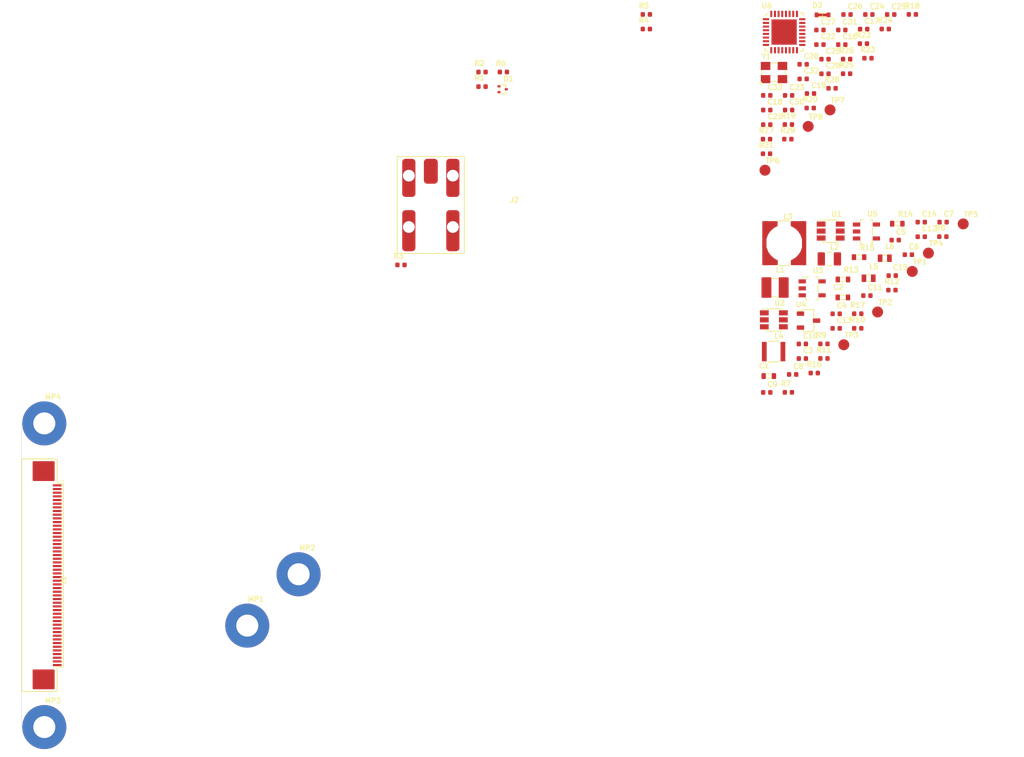
<source format=kicad_pcb>
(kicad_pcb (version 20211014) (generator pcbnew)
  (layers (0 "F.Cu" signal) (1 "In1.Cu" power) (2 "In2.Cu" power) (31 "B.Cu" signal) (34 "B.Paste" user) (35 "F.Paste" user) (36 "B.SilkS" user "B.Silkscreen") (37 "F.SilkS" user "F.Silkscreen") (38 "B.Mask" user) (39 "F.Mask" user) (44 "Edge.Cuts" user))
  (net 0 "")
  (net 1 "GND")
  (net 2 "+12V")
  (net 3 "Net-(C3-Pad1)")
  (net 4 "/Supply/SW_5V")
  (net 5 "Net-(C4-Pad1)")
  (net 6 "/Supply/SW_1V8")
  (net 7 "/Supply/OUT_5V")
  (net 8 "/Supply/OUT_1V8")
  (net 9 "+5V")
  (net 10 "VREF")
  (net 11 "+3V3")
  (net 12 "+1V8")
  (net 13 "+1V2")
  (net 14 "/Serializer/X1")
  (net 15 "/Serializer/X2_R")
  (net 16 "Net-(C19-Pad2)")
  (net 17 "Net-(C30-Pad1)")
  (net 18 "SIO_P")
  (net 19 "Net-(C31-Pad1)")
  (net 20 "Net-(C31-Pad2)")
  (net 21 "SCL")
  (net 22 "SDA")
  (net 37 "CSI1_D1_N")
  (net 38 "CSI1_D1_P")
  (net 39 "CSI1_D0_N")
  (net 40 "CSI1_D0_P")
  (net 41 "CSI0_D1_N")
  (net 42 "CSI0_D1_P")
  (net 43 "CSI0_D0_N")
  (net 44 "CSI0_D0_P")
  (net 45 "CSI0_CLK_N")
  (net 46 "CSI0_CLK_P")
  (net 48 "GPIO3")
  (net 50 "Net-(J1-Pad34)")
  (net 55 "/Connectors/SDA_CAM0")
  (net 56 "/Connectors/SCL_CAM0")
  (net 61 "3V3")
  (net 62 "5V0")
  (net 63 "Net-(L3-Pad1)")
  (net 64 "Net-(L3-Pad2)")
  (net 65 "Net-(L4-Pad2)")
  (net 66 "Net-(L5-Pad2)")
  (net 67 "GPIO4")
  (net 68 "/Supply/EN_5V")
  (net 69 "/Supply/EN_1V8")
  (net 70 "/Supply/FB_5V")
  (net 71 "/Supply/FB_1V8")
  (net 72 "/Serializer/CFG0")
  (net 73 "/Serializer/VDDIO")
  (net 74 "/Serializer/X2")
  (net 75 "/Serializer/CFG1")
  (net 76 "Net-(R23-Pad2)")
  (net 77 "Net-(R24-Pad1)")
  (net 78 "Net-(R25-Pad1)")
  (net 79 "Net-(R26-Pad1)")
  (net 80 "Net-(R27-Pad1)")
  (net 81 "Net-(R28-Pad1)")
  (net 82 "Net-(TP6-Pad1)")
  (net 83 "Net-(TP7-Pad1)")
  (net 84 "Net-(TP8-Pad1)")
  (footprint "antmicro-footprints:C_0402_1005Metric" (layer "F.Cu") (at 177.04 111.16)
    (fp_text reference "C3" (at 0 -0.699) (layer "F.SilkS") (effects (font (size 0.7 0.7)) (justify left bottom)))
    (fp_text value "C_220n_0402")
    (pad "1" smd roundrect (at -0.484 0) (size 0.59 0.64) (layers "F.Cu" "F.Paste" "F.Mask") (net 3 "Net-(C3-Pad1)"))
    (pad "2" smd roundrect (at 0.484 0) (size 0.59 0.64) (layers "F.Cu" "F.Paste" "F.Mask") (net 4 "/Supply/SW_5V"))
  )
  (footprint "antmicro-footprints:R_0603_1608Metric" (layer "F.Cu") (at 189.9841 92.778742)
    (fp_text reference "R14" (at 0 -0.9) (layer "F.SilkS") (effects (font (size 0.7 0.7)) (justify left bottom)))
    (fp_text value "R_0R_22.4A_0603")
    (pad "1" smd roundrect (at -0.7 0) (size 0.6 0.8) (layers "F.Cu" "F.Paste" "F.Mask") (roundrect_rratio 0.2) (net 8 "/Supply/OUT_1V8"))
    (pad "2" smd roundrect (at 0.7 0) (size 0.6 0.8) (layers "F.Cu" "F.Paste" "F.Mask") (roundrect_rratio 0.2) (net 12 "+1V8"))
  )
  (footprint "antmicro-footprints:QFN-32-1EP_5x5mm" (layer "F.Cu") (at 174.5741 66.604742)
    (fp_text reference "U6" (at -3.169 -3.12) (layer "F.SilkS") (effects (font (size 0.7 0.7)) (justify left bottom)))
    (fp_text value "MAX9295A")
    (pad "1" smd rect (at -2.495 -1.702 270) (size 0.28 0.85) (layers "F.Cu" "F.Paste" "F.Mask") (net 77 "Net-(R24-Pad1)"))
    (pad "2" smd rect (at -2.495 -1.2 270) (size 0.28 0.85) (layers "F.Cu" "F.Paste" "F.Mask") (net 82 "Net-(TP6-Pad1)"))
    (pad "3" smd rect (at -2.495 -0.701 270) (size 0.28 0.85) (layers "F.Cu" "F.Paste" "F.Mask") (net 72 "/Serializer/CFG0"))
    (pad "4" smd rect (at -2.495 -0.201 270) (size 0.28 0.85) (layers "F.Cu" "F.Paste" "F.Mask") (net 75 "/Serializer/CFG1"))
    (pad "5" smd rect (at -2.495 0.296 270) (size 0.28 0.85) (layers "F.Cu" "F.Paste" "F.Mask") (net 80 "Net-(R27-Pad1)"))
    (pad "6" smd rect (at -2.495 0.8 270) (size 0.28 0.85) (layers "F.Cu" "F.Paste" "F.Mask") (net 81 "Net-(R28-Pad1)"))
    (pad "7" smd rect (at -2.495 1.3 270) (size 0.28 0.85) (layers "F.Cu" "F.Paste" "F.Mask") (net 10 "VREF"))
    (pad "8" smd rect (at -2.495 1.8 270) (size 0.28 0.85) (layers "F.Cu" "F.Paste" "F.Mask") (net 14 "/Serializer/X1"))
    (pad "9" smd rect (at -1.768 2.523 270) (size 0.85 0.28) (layers "F.Cu" "F.Paste" "F.Mask") (net 74 "/Serializer/X2"))
    (pad "10" smd rect (at -1.269 2.523 270) (size 0.85 0.28) (layers "F.Cu" "F.Paste" "F.Mask") (net 76 "Net-(R23-Pad2)"))
    (pad "11" smd rect (at -0.772 2.523 270) (size 0.85 0.28) (layers "F.Cu" "F.Paste" "F.Mask") (net 12 "+1V8"))
    (pad "12" smd rect (at -0.272 2.523 270) (size 0.85 0.28) (layers "F.Cu" "F.Paste" "F.Mask") (net 17 "Net-(C30-Pad1)"))
    (pad "13" smd rect (at 0.229 2.523 270) (size 0.85 0.28) (layers "F.Cu" "F.Paste" "F.Mask") (net 19 "Net-(C31-Pad1)"))
    (pad "14" smd rect (at 0.728 2.523 270) (size 0.85 0.28) (layers "F.Cu" "F.Paste" "F.Mask") (net 16 "Net-(C19-Pad2)"))
    (pad "15" smd rect (at 1.23 2.523 270) (size 0.85 0.28) (layers "F.Cu" "F.Paste" "F.Mask") (net 13 "+1V2"))
    (pad "16" smd rect (at 1.73 2.523 270) (size 0.85 0.28) (layers "F.Cu" "F.Paste" "F.Mask") (net 11 "+3V3"))
    (pad "17" smd rect (at 2.456 1.8 270) (size 0.28 0.85) (layers "F.Cu" "F.Paste" "F.Mask") (net 48 "GPIO3"))
    (pad "18" smd rect (at 2.456 1.3 270) (size 0.28 0.85) (layers "F.Cu" "F.Paste" "F.Mask") (net 67 "GPIO4"))
    (pad "19" smd rect (at 2.456 0.8 270) (size 0.28 0.85) (layers "F.Cu" "F.Paste" "F.Mask") (net 42 "CSI0_D1_P"))
    (pad "20" smd rect (at 2.456 0.296 270) (size 0.28 0.85) (layers "F.Cu" "F.Paste" "F.Mask") (net 41 "CSI0_D1_N"))
    (pad "21" smd rect (at 2.456 -0.201 270) (size 0.28 0.85) (layers "F.Cu" "F.Paste" "F.Mask") (net 83 "Net-(TP7-Pad1)"))
    (pad "22" smd rect (at 2.456 -0.701 270) (size 0.28 0.85) (layers "F.Cu" "F.Paste" "F.Mask") (net 84 "Net-(TP8-Pad1)"))
    (pad "23" smd rect (at 2.456 -1.2 270) (size 0.28 0.85) (layers "F.Cu" "F.Paste" "F.Mask") (net 44 "CSI0_D0_P"))
    (pad "24" smd rect (at 2.456 -1.702 270) (size 0.28 0.85) (layers "F.Cu" "F.Paste" "F.Mask") (net 43 "CSI0_D0_N"))
    (pad "25" smd rect (at 1.73 -2.426 270) (size 0.85 0.28) (layers "F.Cu" "F.Paste" "F.Mask") (net 38 "CSI1_D1_P"))
    (pad "26" smd rect (at 1.23 -2.426 270) (size 0.85 0.28) (layers "F.Cu" "F.Paste" "F.Mask") (net 37 "CSI1_D1_N"))
    (pad "27" smd rect (at 0.728 -2.426 270) (size 0.85 0.28) (layers "F.Cu" "F.Paste" "F.Mask") (net 46 "CSI0_CLK_P"))
    (pad "28" smd rect (at 0.229 -2.426 270) (size 0.85 0.28) (layers "F.Cu" "F.Paste" "F.Mask") (net 45 "CSI0_CLK_N"))
    (pad "29" smd rect (at -0.272 -2.426 270) (size 0.85 0.28) (layers "F.Cu" "F.Paste" "F.Mask") (net 40 "CSI1_D0_P"))
    (pad "30" smd rect (at -0.772 -2.426 270) (size 0.85 0.28) (layers "F.Cu" "F.Paste" "F.Mask") (net 39 "CSI1_D0_N"))
    (pad "31" smd rect (at -1.269 -2.426 270) (size 0.85 0.28) (layers "F.Cu" "F.Paste" "F.Mask") (net 78 "Net-(R25-Pad1)"))
    (pad "32" smd rect (at -1.768 -2.426 270) (size 0.85 0.28) (layers "F.Cu" "F.Paste" "F.Mask") (net 79 "Net-(R26-Pad1)"))
    (pad "33" smd rect (at -0.02 0.048 270) (size 3.45 3.45) (layers "F.Cu" "F.Mask") (net 1 "GND"))
  )
  (footprint "antmicro-footprints:C_0402_1005Metric" (layer "F.Cu") (at 180.13 72.34)
    (fp_text reference "C28" (at 0 -0.699) (layer "F.SilkS") (effects (font (size 0.7 0.7)) (justify left bottom)))
    (fp_text value "C_10n_0402")
    (pad "1" smd roundrect (at -0.484 0) (size 0.59 0.64) (layers "F.Cu" "F.Paste" "F.Mask") (net 1 "GND"))
    (pad "2" smd roundrect (at 0.484 0) (size 0.59 0.64) (layers "F.Cu" "F.Paste" "F.Mask") (net 12 "+1V8"))
  )
  (footprint "antmicro-footprints:C_0402_1005Metric" (layer "F.Cu") (at 181.65 107.05)
    (fp_text reference "C13" (at 0 -0.699) (layer "F.SilkS") (effects (font (size 0.7 0.7)) (justify left bottom)))
    (fp_text value "C_1u_16V_0402")
    (pad "1" smd roundrect (at -0.484 0) (size 0.59 0.64) (layers "F.Cu" "F.Paste" "F.Mask") (net 1 "GND"))
    (pad "2" smd roundrect (at 0.484 0) (size 0.59 0.64) (layers "F.Cu" "F.Paste" "F.Mask") (net 11 "+3V3"))
  )
  (footprint "antmicro-footprints:TP_SMD_1.5mm" (layer "F.Cu") (at 180.8191 77.263742)
    (fp_text reference "TP7" (at 0 -0.9) (layer "F.SilkS") (effects (font (size 0.7 0.7)) (justify left bottom)))
    (fp_text value "TP_1.5mm_SMD")
    (pad "1" smd circle (at 0 0 270) (size 1.5 1.5) (layers "F.Cu" "F.Mask") (net 83 "Net-(TP7-Pad1)"))
  )
  (footprint "antmicro-footprints:C_0402_1005Metric" (layer "F.Cu") (at 193.25 92.56)
    (fp_text reference "C14" (at 0 -0.699) (layer "F.SilkS") (effects (font (size 0.7 0.7)) (justify left bottom)))
    (fp_text value "C_1u_16V_0402")
    (pad "1" smd roundrect (at -0.484 0) (size 0.59 0.64) (layers "F.Cu" "F.Paste" "F.Mask") (net 1 "GND"))
    (pad "2" smd roundrect (at 0.484 0) (size 0.59 0.64) (layers "F.Cu" "F.Paste" "F.Mask") (net 12 "+1V8"))
  )
  (footprint "antmicro-footprints:C_0402_1005Metric" (layer "F.Cu") (at 177.04 109.17)
    (fp_text reference "C10" (at 0 -0.699) (layer "F.SilkS") (effects (font (size 0.7 0.7)) (justify left bottom)))
    (fp_text value "C_100n_0402")
    (pad "1" smd roundrect (at -0.484 0) (size 0.59 0.64) (layers "F.Cu" "F.Paste" "F.Mask") (net 1 "GND"))
    (pad "2" smd roundrect (at 0.484 0) (size 0.59 0.64) (layers "F.Cu" "F.Paste" "F.Mask") (net 2 "+12V"))
  )
  (footprint "antmicro-footprints:C_0402_1005Metric" (layer "F.Cu") (at 196.23 92.56)
    (fp_text reference "C7" (at 0 -0.699) (layer "F.SilkS") (effects (font (size 0.7 0.7)) (justify left bottom)))
    (fp_text value "C_22u_0402")
    (pad "1" smd roundrect (at -0.484 0) (size 0.59 0.64) (layers "F.Cu" "F.Paste" "F.Mask") (net 1 "GND"))
    (pad "2" smd roundrect (at 0.484 0) (size 0.59 0.64) (layers "F.Cu" "F.Paste" "F.Mask") (net 7 "/Supply/OUT_5V"))
  )
  (footprint "antmicro-footprints:R_0402_1005Metric" (layer "F.Cu") (at 178.1141 77.008742)
    (fp_text reference "R20" (at -1.122484 -0.772697) (layer "F.SilkS") (effects (font (size 0.7 0.7)) (justify left bottom)))
    (fp_text value "R_0R_0402")
    (pad "1" smd roundrect (at -0.485 0) (size 0.59 0.64) (layers "F.Cu" "F.Paste" "F.Mask") (net 15 "/Serializer/X2_R"))
    (pad "2" smd roundrect (at 0.485 0) (size 0.59 0.64) (layers "F.Cu" "F.Paste" "F.Mask") (net 74 "/Serializer/X2"))
  )
  (footprint "antmicro-footprints:R_0402_1005Metric" (layer "F.Cu") (at 175.1341 115.768742)
    (fp_text reference "R7" (at -1.122484 -0.772697) (layer "F.SilkS") (effects (font (size 0.7 0.7)) (justify left bottom)))
    (fp_text value "R_10k_0402")
    (pad "1" smd roundrect (at -0.485 0) (size 0.59 0.64) (layers "F.Cu" "F.Paste" "F.Mask") (net 68 "/Supply/EN_5V"))
    (pad "2" smd roundrect (at 0.485 0) (size 0.59 0.64) (layers "F.Cu" "F.Paste" "F.Mask") (net 2 "+12V"))
  )
  (footprint "antmicro-footprints:R_0402_1005Metric" (layer "F.Cu") (at 133.3741 74.088742)
    (fp_text reference "R1" (at -1.122484 -0.772697) (layer "F.SilkS") (effects (font (size 0.7 0.7)) (justify left bottom)))
    (fp_text value "R_10k_0402")
    (pad "1" smd roundrect (at -0.485 0) (size 0.59 0.64) (layers "F.Cu" "F.Paste" "F.Mask") (net 50 "Net-(J1-Pad34)"))
    (pad "2" smd roundrect (at 0.485 0) (size 0.59 0.64) (layers "F.Cu" "F.Paste" "F.Mask") (net 67 "GPIO4"))
  )
  (footprint "antmicro-footprints:TP_SMD_1.5mm" (layer "F.Cu") (at 198.9691 92.803742)
    (fp_text reference "TP5" (at 0 -0.9) (layer "F.SilkS") (effects (font (size 0.7 0.7)) (justify left bottom)))
    (fp_text value "TP_1.5mm_SMD")
    (pad "1" smd circle (at 0 0 270) (size 1.5 1.5) (layers "F.Cu" "F.Mask") (net 13 "+1V2"))
  )
  (footprint "antmicro-footprints:R_0402_1005Metric" (layer "F.Cu") (at 136.2841 72.098742)
    (fp_text reference "R6" (at -1.122484 -0.772697) (layer "F.SilkS") (effects (font (size 0.7 0.7)) (justify left bottom)))
    (fp_text value "R_4k7_0402")
    (pad "1" smd roundrect (at -0.485 0) (size 0.59 0.64) (layers "F.Cu" "F.Paste" "F.Mask") (net 21 "SCL"))
    (pad "2" smd roundrect (at 0.485 0) (size 0.59 0.64) (layers "F.Cu" "F.Paste" "F.Mask") (net 11 "+3V3"))
  )
  (footprint "antmicro-footprints:C_0402_1005Metric" (layer "F.Cu") (at 193.25 94.55)
    (fp_text reference "C12" (at 0 -0.699) (layer "F.SilkS") (effects (font (size 0.7 0.7)) (justify left bottom)))
    (fp_text value "C_10u_0402")
    (pad "1" smd roundrect (at -0.484 0) (size 0.59 0.64) (layers "F.Cu" "F.Paste" "F.Mask") (net 1 "GND"))
    (pad "2" smd roundrect (at 0.484 0) (size 0.59 0.64) (layers "F.Cu" "F.Paste" "F.Mask") (net 10 "VREF"))
  )
  (footprint "antmicro-footprints:Oscillator_SMD_Geyer_KX-7-4Pin_3.2x2.5mm" (layer "F.Cu") (at 173.1311 72.118742)
    (fp_text reference "Y1" (at -1.75 -1.75 180) (layer "F.SilkS") (effects (font (size 0.7 0.7)) (justify left bottom)))
    (fp_text value "Resonator_25MHz_ABM8G")
    (pad "1" smd roundrect (at -1.101 0.949) (size 1.3 1.1) (layers "F.Cu" "F.Paste" "F.Mask") (roundrect_rratio 0) (chamfer_ratio 0.2) (chamfer bottom_left) (net 14 "/Serializer/X1"))
    (pad "2" smd rect (at 1.199 0.949) (size 1.3 1.1) (layers "F.Cu" "F.Paste" "F.Mask") (net 1 "GND"))
    (pad "3" smd rect (at 1.199 -0.85) (size 1.3 1.1) (layers "F.Cu" "F.Paste" "F.Mask") (net 15 "/Serializer/X2_R"))
    (pad "4" smd rect (at -1.101 -0.85) (size 1.3 1.1) (layers "F.Cu" "F.Paste" "F.Mask") (net 1 "GND"))
  )
  (footprint "antmicro-footprints:C_0402_1005Metric" (layer "F.Cu") (at 185.84 102.58)
    (fp_text reference "C11" (at 0 -0.699) (layer "F.SilkS") (effects (font (size 0.7 0.7)) (justify left bottom)))
    (fp_text value "C_10n_0402")
    (pad "1" smd roundrect (at -0.484 0) (size 0.59 0.64) (layers "F.Cu" "F.Paste" "F.Mask") (net 1 "GND"))
    (pad "2" smd roundrect (at 0.484 0) (size 0.59 0.64) (layers "F.Cu" "F.Paste" "F.Mask") (net 2 "+12V"))
  )
  (footprint "antmicro-footprints:R_0402_1005Metric" (layer "F.Cu") (at 175.1341 79.258742)
    (fp_text reference "R19" (at -1.122484 -0.772697) (layer "F.SilkS") (effects (font (size 0.7 0.7)) (justify left bottom)))
    (fp_text value "R_10k_0402")
    (pad "1" smd roundrect (at -0.485 0) (size 0.59 0.64) (layers "F.Cu" "F.Paste" "F.Mask") (net 1 "GND"))
    (pad "2" smd roundrect (at 0.485 0) (size 0.59 0.64) (layers "F.Cu" "F.Paste" "F.Mask") (net 72 "/Serializer/CFG0"))
  )
  (footprint "antmicro-footprints:R_0402_1005Metric" (layer "F.Cu") (at 181.0941 74.318742)
    (fp_text reference "R28" (at -1.122484 -0.772697) (layer "F.SilkS") (effects (font (size 0.7 0.7)) (justify left bottom)))
    (fp_text value "R_0R12_0402")
    (pad "1" smd roundrect (at -0.485 0) (size 0.59 0.64) (layers "F.Cu" "F.Paste" "F.Mask") (net 81 "Net-(R28-Pad1)"))
    (pad "2" smd roundrect (at 0.485 0) (size 0.59 0.64) (layers "F.Cu" "F.Paste" "F.Mask") (net 21 "SCL"))
  )
  (footprint "antmicro-footprints:SOT-23-3" (layer "F.Cu") (at 177.8841 105.988742)
    (fp_text reference "U4" (at -1.8 -1.8) (layer "F.SilkS") (effects (font (size 0.7 0.7)) (justify left bottom)))
    (fp_text value "REF3025AIDBZT ")
    (pad "1" smd roundrect (at -1.1 -0.951) (size 1 0.6) (layers "F.Cu" "F.Paste" "F.Mask") (roundrect_rratio 0.15) (net 9 "+5V"))
    (pad "2" smd roundrect (at -1.1 0.949) (size 1 0.6) (layers "F.Cu" "F.Paste" "F.Mask") (roundrect_rratio 0.15) (net 10 "VREF"))
    (pad "3" smd roundrect (at 1.1 -0.0005) (size 1 0.6) (layers "F.Cu" "F.Paste" "F.Mask") (roundrect_rratio 0.15) (net 1 "GND"))
  )
  (footprint "antmicro-footprints:R_0402_1005Metric" (layer "F.Cu") (at 175.0641 81.248742)
    (fp_text reference "R29" (at -1.122484 -0.772697) (layer "F.SilkS") (effects (font (size 0.7 0.7)) (justify left bottom)))
    (fp_text value "R_51R_0402")
    (pad "1" smd roundrect (at -0.485 0) (size 0.59 0.64) (layers "F.Cu" "F.Paste" "F.Mask") (net 1 "GND"))
    (pad "2" smd roundrect (at 0.485 0) (size 0.59 0.64) (layers "F.Cu" "F.Paste" "F.Mask") (net 20 "Net-(C31-Pad2)"))
  )
  (footprint "antmicro-footprints:Conn_FFC_WE_68715014x22" (layer "F.Cu") (at 73.31 140.7 -90)
    (fp_text reference "J1" (at 0 -3.4 90) (layer "F.SilkS") (effects (font (size 0.7 0.7)) (justify right bottom)))
    (fp_text value "Conn_FFC_WE_68715014022")
    (pad "1" smd roundrect (at -12.25 -2.15 270) (size 0.3 1.2) (layers "F.Cu" "F.Paste" "F.Mask"))
    (pad "2" smd roundrect (at -11.75 -2.15 270) (size 0.3 1.2) (layers "F.Cu" "F.Paste" "F.Mask"))
    (pad "3" smd roundrect (at -11.25 -2.15 270) (size 0.3 1.2) (layers "F.Cu" "F.Paste" "F.Mask"))
    (pad "4" smd roundrect (at -10.75 -2.15 270) (size 0.3 1.2) (layers "F.Cu" "F.Paste" "F.Mask"))
    (pad "5" smd roundrect (at -10.25 -2.15 270) (size 0.3 1.2) (layers "F.Cu" "F.Paste" "F.Mask"))
    (pad "6" smd roundrect (at -9.75 -2.15 270) (size 0.3 1.2) (layers "F.Cu" "F.Paste" "F.Mask"))
    (pad "7" smd roundrect (at -9.25 -2.15 270) (size 0.3 1.2) (layers "F.Cu" "F.Paste" "F.Mask"))
    (pad "8" smd roundrect (at -8.75 -2.15 270) (size 0.3 1.2) (layers "F.Cu" "F.Paste" "F.Mask"))
    (pad "9" smd roundrect (at -8.25 -2.15 270) (size 0.3 1.2) (layers "F.Cu" "F.Paste" "F.Mask") (net 1 "GND"))
    (pad "10" smd roundrect (at -7.75 -2.15 270) (size 0.3 1.2) (layers "F.Cu" "F.Paste" "F.Mask"))
    (pad "11" smd roundrect (at -7.25 -2.15 270) (size 0.3 1.2) (layers "F.Cu" "F.Paste" "F.Mask"))
    (pad "12" smd roundrect (at -6.75 -2.15 270) (size 0.3 1.2) (layers "F.Cu" "F.Paste" "F.Mask") (net 1 "GND"))
    (pad "13" smd roundrect (at -6.25 -2.15 270) (size 0.3 1.2) (layers "F.Cu" "F.Paste" "F.Mask"))
    (pad "14" smd roundrect (at -5.75 -2.15 270) (size 0.3 1.2) (layers "F.Cu" "F.Paste" "F.Mask"))
    (pad "15" smd roundrect (at -5.25 -2.15 270) (size 0.3 1.2) (layers "F.Cu" "F.Paste" "F.Mask") (net 1 "GND"))
    (pad "16" smd roundrect (at -4.75 -2.15 270) (size 0.3 1.2) (layers "F.Cu" "F.Paste" "F.Mask"))
    (pad "17" smd roundrect (at -4.25 -2.15 270) (size 0.3 1.2) (layers "F.Cu" "F.Paste" "F.Mask"))
    (pad "18" smd roundrect (at -3.75 -2.15 270) (size 0.3 1.2) (layers "F.Cu" "F.Paste" "F.Mask") (net 1 "GND"))
    (pad "19" smd roundrect (at -3.25 -2.15 270) (size 0.3 1.2) (layers "F.Cu" "F.Paste" "F.Mask") (net 37 "CSI1_D1_N"))
    (pad "20" smd roundrect (at -2.75 -2.15 270) (size 0.3 1.2) (layers "F.Cu" "F.Paste" "F.Mask") (net 38 "CSI1_D1_P"))
    (pad "21" smd roundrect (at -2.25 -2.15 270) (size 0.3 1.2) (layers "F.Cu" "F.Paste" "F.Mask") (net 39 "CSI1_D0_N"))
    (pad "22" smd roundrect (at -1.75 -2.15 270) (size 0.3 1.2) (layers "F.Cu" "F.Paste" "F.Mask") (net 40 "CSI1_D0_P"))
    (pad "23" smd roundrect (at -1.25 -2.15 270) (size 0.3 1.2) (layers "F.Cu" "F.Paste" "F.Mask") (net 41 "CSI0_D1_N"))
    (pad "24" smd roundrect (at -0.75 -2.15 270) (size 0.3 1.2) (layers "F.Cu" "F.Paste" "F.Mask") (net 42 "CSI0_D1_P"))
    (pad "25" smd roundrect (at -0.25 -2.15 270) (size 0.3 1.2) (layers "F.Cu" "F.Paste" "F.Mask") (net 43 "CSI0_D0_N"))
    (pad "26" smd roundrect (at 0.248 -2.15 270) (size 0.3 1.2) (layers "F.Cu" "F.Paste" "F.Mask") (net 44 "CSI0_D0_P"))
    (pad "27" smd roundrect (at 0.748 -2.15 270) (size 0.3 1.2) (layers "F.Cu" "F.Paste" "F.Mask") (net 1 "GND"))
    (pad "28" smd roundrect (at 1.249 -2.15 270) (size 0.3 1.2) (layers "F.Cu" "F.Paste" "F.Mask") (net 45 "CSI0_CLK_N"))
    (pad "29" smd roundrect (at 1.749 -2.15 270) (size 0.3 1.2) (layers "F.Cu" "F.Paste" "F.Mask") (net 46 "CSI0_CLK_P"))
    (pad "30" smd roundrect (at 2.249 -2.15 270) (size 0.3 1.2) (layers "F.Cu" "F.Paste" "F.Mask") (net 1 "GND"))
    (pad "31" smd roundrect (at 2.749 -2.15 270) (size 0.3 1.2) (layers "F.Cu" "F.Paste" "F.Mask"))
    (pad "32" smd roundrect (at 3.249 -2.15 270) (size 0.3 1.2) (layers "F.Cu" "F.Paste" "F.Mask") (net 48 "GPIO3"))
    (pad "33" smd roundrect (at 3.749 -2.15 270) (size 0.3 1.2) (layers "F.Cu" "F.Paste" "F.Mask"))
    (pad "34" smd roundrect (at 4.248 -2.15 270) (size 0.3 1.2) (layers "F.Cu" "F.Paste" "F.Mask") (net 50 "Net-(J1-Pad34)"))
    (pad "35" smd roundrect (at 4.748 -2.15 270) (size 0.3 1.2) (layers "F.Cu" "F.Paste" "F.Mask"))
    (pad "36" smd roundrect (at 5.248 -2.15 270) (size 0.3 1.2) (layers "F.Cu" "F.Paste" "F.Mask"))
    (pad "37" smd roundrect (at 5.749 -2.15 270) (size 0.3 1.2) (layers "F.Cu" "F.Paste" "F.Mask"))
    (pad "38" smd roundrect (at 6.249 -2.15 270) (size 0.3 1.2) (layers "F.Cu" "F.Paste" "F.Mask"))
    (pad "39" smd roundrect (at 6.749 -2.15 270) (size 0.3 1.2) (layers "F.Cu" "F.Paste" "F.Mask") (net 55 "/Connectors/SDA_CAM0"))
    (pad "40" smd roundrect (at 7.249 -2.15 270) (size 0.3 1.2) (layers "F.Cu" "F.Paste" "F.Mask") (net 56 "/Connectors/SCL_CAM0"))
    (pad "41" smd roundrect (at 7.749 -2.15 270) (size 0.3 1.2) (layers "F.Cu" "F.Paste" "F.Mask") (net 55 "/Connectors/SDA_CAM0"))
    (pad "42" smd roundrect (at 8.249 -2.15 270) (size 0.3 1.2) (layers "F.Cu" "F.Paste" "F.Mask") (net 56 "/Connectors/SCL_CAM0"))
    (pad "43" smd roundrect (at 8.749 -2.15 270) (size 0.3 1.2) (layers "F.Cu" "F.Paste" "F.Mask"))
    (pad "44" smd roundrect (at 9.249 -2.15 270) (size 0.3 1.2) (layers "F.Cu" "F.Paste" "F.Mask"))
    (pad "45" smd roundrect (at 9.749 -2.15 270) (size 0.3 1.2) (layers "F.Cu" "F.Paste" "F.Mask"))
    (pad "46" smd roundrect (at 10.249 -2.15 270) (size 0.3 1.2) (layers "F.Cu" "F.Paste" "F.Mask"))
    (pad "47" smd roundrect (at 10.749 -2.15 270) (size 0.3 1.2) (layers "F.Cu" "F.Paste" "F.Mask") (net 61 "3V3"))
    (pad "48" smd roundrect (at 11.249 -2.15 270) (size 0.3 1.2) (layers "F.Cu" "F.Paste" "F.Mask") (net 61 "3V3"))
    (pad "49" smd roundrect (at 11.749 -2.15 270) (size 0.3 1.2) (layers "F.Cu" "F.Paste" "F.Mask") (net 62 "5V0"))
    (pad "50" smd roundrect (at 12.249 -2.15 270) (size 0.3 1.2) (layers "F.Cu" "F.Paste" "F.Mask") (net 62 "5V0"))
    (pad "MP1" smd roundrect (at -14.198 -0.3 270) (size 2.7 3) (layers "F.Cu" "F.Paste" "F.Mask") (roundrect_rratio 0.05) (net 1 "GND"))
    (pad "MP2" smd roundrect (at 14.198 -0.3 270) (size 2.7 3) (layers "F.Cu" "F.Paste" "F.Mask") (roundrect_rratio 0.05) (net 1 "GND"))
  )
  (footprint "antmicro-footprints:C_0402_1005Metric" (layer "F.Cu") (at 172.19 77.28)
    (fp_text reference "C18" (at 0 -0.699) (layer "F.SilkS") (effects (font (size 0.7 0.7)) (justify left bottom)))
    (fp_text value "C_10u_0402")
    (pad "1" smd roundrect (at -0.484 0) (size 0.59 0.64) (layers "F.Cu" "F.Paste" "F.Mask") (net 1 "GND"))
    (pad "2" smd roundrect (at 0.484 0) (size 0.59 0.64) (layers "F.Cu" "F.Paste" "F.Mask") (net 13 "+1V2"))
  )
  (footprint "antmicro-footprints:R_0603_1608Metric" (layer "F.Cu") (at 184.7741 97.338742)
    (fp_text reference "R15" (at 0 -0.9) (layer "F.SilkS") (effects (font (size 0.7 0.7)) (justify left bottom)))
    (fp_text value "R_0R_22.4A_0603")
    (pad "1" smd roundrect (at -0.7 0) (size 0.6 0.8) (layers "F.Cu" "F.Paste" "F.Mask") (roundrect_rratio 0.2) (net 2 "+12V"))
    (pad "2" smd roundrect (at 0.7 0) (size 0.6 0.8) (layers "F.Cu" "F.Paste" "F.Mask") (roundrect_rratio 0.2) (net 63 "Net-(L3-Pad1)"))
  )
  (footprint "antmicro-footprints:C_0402_1005Metric" (layer "F.Cu") (at 175.72 113.33)
    (fp_text reference "C8" (at 0 -0.699) (layer "F.SilkS") (effects (font (size 0.7 0.7)) (justify left bottom)))
    (fp_text value "C_22u_0402")
    (pad "1" smd roundrect (at -0.484 0) (size 0.59 0.64) (layers "F.Cu" "F.Paste" "F.Mask") (net 1 "GND"))
    (pad "2" smd roundrect (at 0.484 0) (size 0.59 0.64) (layers "F.Cu" "F.Paste" "F.Mask") (net 8 "/Supply/OUT_1V8"))
  )
  (footprint "antmicro-footprints:R_0402_1005Metric" (layer "F.Cu") (at 184.5941 105.048742)
    (fp_text reference "R17" (at -1.122484 -0.772697) (layer "F.SilkS") (effects (font (size 0.7 0.7)) (justify left bottom)))
    (fp_text value "R_5k1_0402")
    (pad "1" smd roundrect (at -0.485 0) (size 0.59 0.64) (layers "F.Cu" "F.Paste" "F.Mask") (net 64 "Net-(L3-Pad2)"))
    (pad "2" smd roundrect (at 0.485 0) (size 0.59 0.64) (layers "F.Cu" "F.Paste" "F.Mask") (net 65 "Net-(L4-Pad2)"))
  )
  (footprint "antmicro-footprints:C_0603_1608Metric" (layer "F.Cu") (at 182.5641 102.828742)
    (fp_text reference "C2" (at -1.42757 -1.000252) (layer "F.SilkS") (effects (font (size 0.7 0.7)) (justify left bottom)))
    (fp_text value "C_10u_25V_0603")
    (pad "1" smd roundrect (at -0.7 0) (size 0.6 0.8) (layers "F.Cu" "F.Paste" "F.Mask") (roundrect_rratio 0.2) (net 1 "GND"))
    (pad "2" smd roundrect (at 0.7 0) (size 0.6 0.8) (layers "F.Cu" "F.Paste" "F.Mask") (roundrect_rratio 0.2) (net 2 "+12V"))
  )
  (footprint "antmicro-footprints:C_0402_1005Metric" (layer "F.Cu") (at 191.49 97)
    (fp_text reference "C6" (at 0 -0.699) (layer "F.SilkS") (effects (font (size 0.7 0.7)) (justify left bottom)))
    (fp_text value "C_22u_0402")
    (pad "1" smd roundrect (at -0.484 0) (size 0.59 0.64) (layers "F.Cu" "F.Paste" "F.Mask") (net 1 "GND"))
    (pad "2" smd roundrect (at 0.484 0) (size 0.59 0.64) (layers "F.Cu" "F.Paste" "F.Mask") (net 8 "/Supply/OUT_1V8"))
  )
  (footprint "antmicro-footprints:C_0402_1005Metric" (layer "F.Cu") (at 186.11 64.26)
    (fp_text reference "C24" (at 0 -0.699) (layer "F.SilkS") (effects (font (size 0.7 0.7)) (justify left bottom)))
    (fp_text value "C_100n_0402")
    (pad "1" smd roundrect (at -0.484 0) (size 0.59 0.64) (layers "F.Cu" "F.Paste" "F.Mask") (net 1 "GND"))
    (pad "2" smd roundrect (at 0.484 0) (size 0.59 0.64) (layers "F.Cu" "F.Paste" "F.Mask") (net 16 "Net-(C19-Pad2)"))
  )
  (footprint "antmicro-footprints:L_Coilcraft-MSS6132T" (layer "F.Cu") (at 174.5741 95.428742)
    (fp_text reference "L3" (at -0.2 -3.2) (layer "F.SilkS") (effects (font (size 0.7 0.7)) (justify left bottom)))
    (fp_text value "L_22u_1.12A_Coilcraft-MSS6132T")
    (fp_poly (pts (xy 1 2.4) (xy 1.5 2.117646) (xy 1.75 1.9) (xy 2 1.65) (xy 2.3 1.2) (xy 2.6 0.4) (xy 2.7 0.4) (xy 2.71 2.9) (xy 1 2.9)) (layer "F.Cu") (width 0.2) (fill solid))
    (fp_poly (pts (xy -0.978872 2.4) (xy -1.478872 2.117646) (xy -1.728872 1.9) (xy -1.978872 1.65) (xy -2.278872 1.2) (xy -2.578872 0.4) (xy -2.678872 0.4) (xy -2.688872 2.9) (xy -0.978872 2.9)) (layer "F.Cu") (width 0.2) (fill solid))
    (fp_poly (pts (xy -1 -2.4) (xy -1.5 -2.117646) (xy -1.75 -1.9) (xy -2 -1.65) (xy -2.3 -1.2) (xy -2.6 -0.4) (xy -2.7 -0.4) (xy -2.71 -2.9) (xy -1 -2.9)) (layer "F.Cu") (width 0.2) (fill solid))
    (fp_poly (pts (xy 0.978872 -2.4) (xy 1.478872 -2.117646) (xy 1.728872 -1.9) (xy 1.978872 -1.65) (xy 2.278872 -1.2) (xy 2.578872 -0.4) (xy 2.678872 -0.4) (xy 2.688872 -2.9) (xy 0.978872 -2.9)) (layer "F.Cu") (width 0.2) (fill solid))
    (pad "1" smd rect (at -2.71 0 90) (size 6 0.575) (layers "F.Cu" "F.Paste" "F.Mask") (net 63 "Net-(L3-Pad1)"))
    (pad "2" smd rect (at 2.71 0 270) (size 6 0.575) (layers "F.Cu" "F.Paste" "F.Mask") (net 64 "Net-(L3-Pad2)"))
  )
  (footprint "antmicro-footprints:C_0402_1005Metric" (layer "F.Cu") (at 177.15 73.04)
    (fp_text reference "C32" (at 0 -0.699) (layer "F.SilkS") (effects (font (size 0.7 0.7)) (justify left bottom)))
    (fp_text value "C_10n_0402")
    (pad "1" smd roundrect (at -0.484 0) (size 0.59 0.64) (layers "F.Cu" "F.Paste" "F.Mask") (net 1 "GND"))
    (pad "2" smd roundrect (at 0.484 0) (size 0.59 0.64) (layers "F.Cu" "F.Paste" "F.Mask") (net 11 "+3V3"))
  )
  (footprint "antmicro-footprints:C_0402_1005Metric" (layer "F.Cu") (at 181.65 105.06)
    (fp_text reference "C4" (at 0 -0.699) (layer "F.SilkS") (effects (font (size 0.7 0.7)) (justify left bottom)))
    (fp_text value "C_100n_0402")
    (pad "1" smd roundrect (at -0.484 0) (size 0.59 0.64) (layers "F.Cu" "F.Paste" "F.Mask") (net 5 "Net-(C4-Pad1)"))
    (pad "2" smd roundrect (at 0.484 0) (size 0.59 0.64) (layers "F.Cu" "F.Paste" "F.Mask") (net 6 "/Supply/SW_1V8"))
  )
  (footprint "antmicro-footprints:R_0402_1005Metric" (layer "F.Cu") (at 183.0741 72.328742)
    (fp_text reference "R25" (at -1.122484 -0.772697) (layer "F.SilkS") (effects (font (size 0.7 0.7)) (justify left bottom)))
    (fp_text value "R_0R12_0402")
    (pad "1" smd roundrect (at -0.485 0) (size 0.59 0.64) (layers "F.Cu" "F.Paste" "F.Mask") (net 78 "Net-(R25-Pad1)"))
    (pad "2" smd roundrect (at 0.485 0) (size 0.59 0.64) (layers "F.Cu" "F.Paste" "F.Mask") (net 22 "SDA"))
  )
  (footprint "antmicro-footprints:DIONM105X51N" (layer "F.Cu") (at 179.7941 64.308742)
    (fp_text reference "D2" (at -1.489554 -0.877925) (layer "F.SilkS") (effects (font (size 0.7 0.7)) (justify left bottom)))
    (fp_text value "AXGD10402KR")
    (pad "1" smd rect (at -0.55 0 90) (size 0.65 1.05) (layers "F.Cu" "F.Paste" "F.Mask") (net 18 "SIO_P"))
    (pad "2" smd rect (at 0.55 0 90) (size 0.65 1.05) (layers "F.Cu" "F.Paste" "F.Mask") (net 1 "GND"))
  )
  (footprint "antmicro-footprints:R_0402_1005Metric" (layer "F.Cu") (at 122.3241 98.398742)
    (fp_text reference "R3" (at -1.122484 -0.772697) (layer "F.SilkS") (effects (font (size 0.7 0.7)) (justify left bottom)))
    (fp_text value "R_100R_0402")
    (pad "1" smd roundrect (at -0.485 0) (size 0.59 0.64) (layers "F.Cu" "F.Paste" "F.Mask") (net 55 "/Connectors/SDA_CAM0"))
    (pad "2" smd roundrect (at 0.485 0) (size 0.59 0.64) (layers "F.Cu" "F.Paste" "F.Mask") (net 22 "SDA"))
  )
  (footprint "antmicro-footprints:C_0402_1005Metric" (layer "F.Cu") (at 180.13 70.35)
    (fp_text reference "C25" (at 0 -0.699) (layer "F.SilkS") (effects (font (size 0.7 0.7)) (justify left bottom)))
    (fp_text value "C_10u_0402")
    (pad "1" smd roundrect (at -0.484 0) (size 0.59 0.64) (layers "F.Cu" "F.Paste" "F.Mask") (net 1 "GND"))
    (pad "2" smd roundrect (at 0.484 0) (size 0.59 0.64) (layers "F.Cu" "F.Paste" "F.Mask") (net 12 "+1V8"))
  )
  (footprint "antmicro-footprints:C_0402_1005Metric" (layer "F.Cu") (at 189.29 99.85)
    (fp_text reference "C15" (at 0 -0.699) (layer "F.SilkS") (effects (font (size 0.7 0.7)) (justify left bottom)))
    (fp_text value "C_1u_16V_0402")
    (pad "1" smd roundrect (at -0.484 0) (size 0.59 0.64) (layers "F.Cu" "F.Paste" "F.Mask") (net 1 "GND"))
    (pad "2" smd roundrect (at 0.484 0) (size 0.59 0.64) (layers "F.Cu" "F.Paste" "F.Mask") (net 13 "+1V2"))
  )
  (footprint "antmicro-footprints:TP_SMD_1.5mm" (layer "F.Cu") (at 177.8391 79.513742)
    (fp_text reference "TP8" (at 0 -0.9) (layer "F.SilkS") (effects (font (size 0.7 0.7)) (justify left bottom)))
    (fp_text value "TP_1.5mm_SMD")
    (pad "1" smd circle (at 0 0 270) (size 1.5 1.5) (layers "F.Cu" "F.Mask") (net 84 "Net-(TP8-Pad1)"))
  )
  (footprint "antmicro-footprints:SOT-23-5" (layer "F.Cu") (at 185.7841 93.838742)
    (fp_text reference "U5" (at 0.002 -2) (layer "F.SilkS") (effects (font (size 0.7 0.7)) (justify left bottom)))
    (fp_text value "TLV73312PDBVT")
    (pad "1" smd rect (at -1.351 -0.951 270) (size 0.55 1) (layers "F.Cu" "F.Paste" "F.Mask") (net 12 "+1V8"))
    (pad "2" smd rect (at -1.351 0 270) (size 0.55 1) (layers "F.Cu" "F.Paste" "F.Mask") (net 1 "GND"))
    (pad "3" smd rect (at -1.351 0.949 270) (size 0.55 1) (layers "F.Cu" "F.Paste" "F.Mask") (net 12 "+1V8"))
    (pad "4" smd rect (at 1.35 0.949 270) (size 0.55 1) (layers "F.Cu" "F.Paste" "F.Mask"))
    (pad "5" smd rect (at 1.35 -0.951 270) (size 0.55 1) (layers "F.Cu" "F.Paste" "F.Mask") (net 13 "+1V2"))
  )
  (footprint "antmicro-footprints:C_0402_1005Metric" (layer "F.Cu") (at 179.44 68.36)
    (fp_text reference "C22" (at 0 -0.699) (layer "F.SilkS") (effects (font (size 0.7 0.7)) (justify left bottom)))
    (fp_text value "C_100n_0402")
    (pad "1" smd roundrect (at -0.484 0) (size 0.59 0.64) (layers "F.Cu" "F.Paste" "F.Mask") (net 1 "GND"))
    (pad "2" smd roundrect (at 0.484 0) (size 0.59 0.64) (layers "F.Cu" "F.Paste" "F.Mask") (net 13 "+1V2"))
  )
  (footprint "antmicro-footprints:MP_Pad6mm_Drill3mm" (layer "F.Cu") (at 73.7 120)
    (fp_text reference "MP4" (at 0 -3.2) (layer "F.SilkS") (effects (font (size 0.7 0.7)) (justify left bottom)))
    (fp_text value "MP_Pad6mm_Drill3mm")
    (pad "1" thru_hole circle (at 0 0) (size 6 6) (drill 3) (layers *.Cu *.Mask) (net 1 "GND"))
  )
  (footprint "antmicro-footprints:C_0402_1005Metric" (layer "F.Cu") (at 172.19 79.27)
    (fp_text reference "C21" (at 0 -0.699) (layer "F.SilkS") (effects (font (size 0.7 0.7)) (justify left bottom)))
    (fp_text value "C_100n_0402")
    (pad "1" smd roundrect (at -0.484 0) (size 0.59 0.64) (layers "F.Cu" "F.Paste" "F.Mask") (net 1 "GND"))
    (pad "2" smd roundrect (at 0.484 0) (size 0.59 0.64) (layers "F.Cu" "F.Paste" "F.Mask") (net 16 "Net-(C19-Pad2)"))
  )
  (footprint "antmicro-footprints:TP_SMD_1.5mm" (layer "F.Cu") (at 192.0291 99.283742)
    (fp_text reference "TP1" (at 0 -0.9) (layer "F.SilkS") (effects (font (size 0.7 0.7)) (justify left bottom)))
    (fp_text value "TP_1.5mm_SMD")
    (pad "1" smd circle (at 0 0 270) (size 1.5 1.5) (layers "F.Cu" "F.Mask") (net 9 "+5V"))
  )
  (footprint "antmicro-footprints:R_0402_1005Metric" (layer "F.Cu") (at 196.1941 94.538742)
    (fp_text reference "R8" (at -1.122484 -0.772697) (layer "F.SilkS") (effects (font (size 0.7 0.7)) (justify left bottom)))
    (fp_text value "R_10k_0402")
    (pad "1" smd roundrect (at -0.485 0) (size 0.59 0.64) (layers "F.Cu" "F.Paste" "F.Mask") (net 69 "/Supply/EN_1V8"))
    (pad "2" smd roundrect (at 0.485 0) (size 0.59 0.64) (layers "F.Cu" "F.Paste" "F.Mask") (net 2 "+12V"))
  )
  (footprint "antmicro-footprints:C_0402_1005Metric" (layer "F.Cu") (at 189.7 95.01)
    (fp_text reference "C5" (at 0 -0.699) (layer "F.SilkS") (effects (font (size 0.7 0.7)) (justify left bottom)))
    (fp_text value "C_22u_0402")
    (pad "1" smd roundrect (at -0.484 0) (size 0.59 0.64) (layers "F.Cu" "F.Paste" "F.Mask") (net 1 "GND"))
    (pad "2" smd roundrect (at 0.484 0) (size 0.59 0.64) (layers "F.Cu" "F.Paste" "F.Mask") (net 7 "/Supply/OUT_5V"))
  )
  (footprint "antmicro-footprints:R_0402_1005Metric" (layer "F.Cu") (at 189.2541 101.828742)
    (fp_text reference "R12" (at -1.122484 -0.772697) (layer "F.SilkS") (effects (font (size 0.7 0.7)) (justify left bottom)))
    (fp_text value "R_10k_0402")
    (pad "1" smd roundrect (at -0.485 0) (size 0.59 0.64) (layers "F.Cu" "F.Paste" "F.Mask") (net 1 "GND"))
    (pad "2" smd roundrect (at 0.485 0) (size 0.59 0.64) (layers "F.Cu" "F.Paste" "F.Mask") (net 71 "/Supply/FB_1V8"))
  )
  (footprint "antmicro-footprints:C_0402_1005Metric" (layer "F.Cu") (at 182.42 66.37)
    (fp_text reference "C31" (at 0 -0.699) (layer "F.SilkS") (effects (font (size 0.7 0.7)) (justify left bottom)))
    (fp_text value "C_100n_0402")
    (pad "1" smd roundrect (at -0.484 0) (size 0.59 0.64) (layers "F.Cu" "F.Paste" "F.Mask") (net 19 "Net-(C31-Pad1)"))
    (pad "2" smd roundrect (at 0.484 0) (size 0.59 0.64) (layers "F.Cu" "F.Paste" "F.Mask") (net 20 "Net-(C31-Pad2)"))
  )
  (footprint "antmicro-footprints:C_0402_1005Metric" (layer "F.Cu") (at 183.13 64.26)
    (fp_text reference "C26" (at 0 -0.699) (layer "F.SilkS") (effects (font (size 0.7 0.7)) (justify left bottom)))
    (fp_text value "C_10u_0402")
    (pad "1" smd roundrect (at -0.484 0) (size 0.59 0.64) (layers "F.Cu" "F.Paste" "F.Mask") (net 1 "GND"))
    (pad "2" smd roundrect (at 0.484 0) (size 0.59 0.64) (layers "F.Cu" "F.Paste" "F.Mask") (net 16 "Net-(C19-Pad2)"))
  )
  (footprint "antmicro-footprints:TSOT23-6" (layer "F.Cu") (at 180.9041 93.778742)
    (fp_text reference "U1" (at 0 -1.9) (layer "F.SilkS") (effects (font (size 0.7 0.7)) (justify left bottom)))
    (fp_text value "AP62301_TSOT")
    (pad "1" smd rect (at -1.301 -0.947 270) (size 0.7 1.2) (layers "F.Cu" "F.Paste" "F.Mask") (net 1 "GND"))
    (pad "2" smd rect (at -1.301 0.004 270) (size 0.7 1.2) (layers "F.Cu" "F.Paste" "F.Mask") (net 4 "/Supply/SW_5V"))
    (pad "3" smd rect (at -1.301 0.954 270) (size 0.7 1.2) (layers "F.Cu" "F.Paste" "F.Mask") (net 2 "+12V"))
    (pad "4" smd rect (at 1.299 0.954 270) (size 0.7 1.2) (layers "F.Cu" "F.Paste" "F.Mask") (net 70 "/Supply/FB_5V"))
    (pad "5" smd rect (at 1.299 0.004 270) (size 0.7 1.2) (layers "F.Cu" "F.Paste" "F.Mask") (net 68 "/Supply/EN_5V"))
    (pad "6" smd rect (at 1.299 -0.947 270) (size 0.7 1.2) (layers "F.Cu" "F.Paste" "F.Mask") (net 3 "Net-(C3-Pad1)"))
  )
  (footprint "antmicro-footprints:L_0806_2016Metric" (layer "F.Cu") (at 180.7241 97.578742)
    (fp_text reference "L2" (at 0 -1.2) (layer "F.SilkS") (effects (font (size 0.7 0.7)) (justify left bottom)))
    (fp_text value "L_1u_2.6A_0806")
    (pad "1" smd roundrect (at -1.1 -0.001) (size 1 1.8) (layers "F.Cu" "F.Paste" "F.Mask") (roundrect_rratio 0.15) (net 6 "/Supply/SW_1V8"))
    (pad "2" smd roundrect (at 1.1 -0.001) (size 1 1.8) (layers "F.Cu" "F.Paste" "F.Mask") (roundrect_rratio 0.15) (net 8 "/Supply/OUT_1V8"))
  )
  (footprint "antmicro-footprints:TSOT23-6" (layer "F.Cu") (at 173.1541 105.878742)
    (fp_text reference "U2" (at 0 -1.9) (layer "F.SilkS") (effects (font (size 0.7 0.7)) (justify left bottom)))
    (fp_text value "AP62301_TSOT")
    (pad "1" smd rect (at -1.301 -0.947 270) (size 0.7 1.2) (layers "F.Cu" "F.Paste" "F.Mask") (net 1 "GND"))
    (pad "2" smd rect (at -1.301 0.004 270) (size 0.7 1.2) (layers "F.Cu" "F.Paste" "F.Mask") (net 6 "/Supply/SW_1V8"))
    (pad "3" smd rect (at -1.301 0.954 270) (size 0.7 1.2) (layers "F.Cu" "F.Paste" "F.Mask") (net 2 "+12V"))
    (pad "4" smd rect (at 1.299 0.954 270) (size 0.7 1.2) (layers "F.Cu" "F.Paste" "F.Mask") (net 71 "/Supply/FB_1V8"))
    (pad "5" smd rect (at 1.299 0.004 270) (size 0.7 1.2) (layers "F.Cu" "F.Paste" "F.Mask") (net 69 "/Supply/EN_1V8"))
    (pad "6" smd rect (at 1.299 -0.947 270) (size 0.7 1.2) (layers "F.Cu" "F.Paste" "F.Mask") (net 5 "Net-(C4-Pad1)"))
  )
  (footprint "antmicro-footprints:C_0402_1005Metric" (layer "F.Cu") (at 172.19 115.78)
    (fp_text reference "C9" (at 0 -0.699) (layer "F.SilkS") (effects (font (size 0.7 0.7)) (justify left bottom)))
    (fp_text value "C_1u_16V_0402")
    (pad "1" smd roundrect (at -0.484 0) (size 0.59 0.64) (layers "F.Cu" "F.Paste" "F.Mask") (net 1 "GND"))
    (pad "2" smd roundrect (at 0.484 0) (size 0.59 0.64) (layers "F.Cu" "F.Paste" "F.Mask") (net 9 "+5V"))
  )
  (footprint "antmicro-footprints:C_0402_1005Metric" (layer "F.Cu") (at 179.44 66.37)
    (fp_text reference "C27" (at 0 -0.699) (layer "F.SilkS") (effects (font (size 0.7 0.7)) (justify left bottom)))
    (fp_text value "C_10n_0402")
    (pad "1" smd roundrect (at -0.484 0) (size 0.59 0.64) (layers "F.Cu" "F.Paste" "F.Mask") (net 1 "GND"))
    (pad "2" smd roundrect (at 0.484 0) (size 0.59 0.64) (layers "F.Cu" "F.Paste" "F.Mask") (net 12 "+1V8"))
  )
  (footprint "antmicro-footprints:MP_Pad6mm_Drill3mm" (layer "F.Cu") (at 101.37 147.57)
    (fp_text reference "MP1" (at 0 -3.2) (layer "F.SilkS") (effects (font (size 0.7 0.7)) (justify left bottom)))
    (fp_text value "MP_Pad6mm_Drill3mm")
    (pad "1" thru_hole circle (at 0 0) (size 6 6) (drill 3) (layers *.Cu *.Mask) (net 1 "GND"))
  )
  (footprint "antmicro-footprints:C_0402_1005Metric" (layer "F.Cu") (at 172.19 75.29)
    (fp_text reference "C33" (at 0 -0.699) (layer "F.SilkS") (effects (font (size 0.7 0.7)) (justify left bottom)))
    (fp_text value "C_10u_0402")
    (pad "1" smd roundrect (at -0.484 0) (size 0.59 0.64) (layers "F.Cu" "F.Paste" "F.Mask") (net 1 "GND"))
    (pad "2" smd roundrect (at 0.484 0) (size 0.59 0.64) (layers "F.Cu" "F.Paste" "F.Mask") (net 11 "+3V3"))
  )
  (footprint "antmicro-footprints:Conn_FAKRA_59S2AQ-40MT5-Z_1" (layer "F.Cu") (at 126.3941 85.628742)
    (fp_text reference "J2" (at 10.668 4.318) (layer "F.SilkS") (effects (font (size 0.7 0.7)) (justify left bottom)))
    (fp_text value "Conn_FAKRA_2FAI-NZSP-PCBB6")
    (pad "1" smd roundrect (at 0 0 270) (size 3.4 1.9) (layers "F.Cu" "F.Paste" "F.Mask") (net 18 "SIO_P"))
    (pad "2" thru_hole circle (at -3 0.6 270) (size 1.6 1.6) (drill 1.6) (layers *.Cu *.Mask) (net 1 "GND"))
    (pad "2" smd roundrect (at -3 0.6 270) (size 5.2 1.8) (drill (offset 0.3 0)) (layers "F.Cu" "F.Paste" "F.Mask") (net 1 "GND"))
    (pad "3" smd roundrect (at -3 7.6 270) (size 5.6 1.8) (drill (offset 0.5 0)) (layers "F.Cu" "F.Paste" "F.Mask") (net 1 "GND"))
    (pad "3" thru_hole circle (at -3 7.6 270) (size 1.6 1.6) (drill 1.6) (layers *.Cu *.Mask) (net 1 "GND"))
    (pad "4" smd roundrect (at 3 7.6 270) (size 5.6 1.8) (drill (offset 0.5 0)) (layers "F.Cu" "F.Paste" "F.Mask") (net 1 "GND"))
    (pad "4" thru_hole circle (at 3 7.6 270) (size 1.6 1.6) (drill 1.6) (layers *.Cu *.Mask) (net 1 "GND"))
    (pad "5" thru_hole circle (at 3 0.6 270) (size 1.6 1.6) (drill 1.6) (layers *.Cu *.Mask) (net 1 "GND"))
    (pad "5" smd roundrect (at 3 0.6 270) (size 5.2 1.8) (drill (offset 0.3 0)) (layers "F.Cu" "F.Paste" "F.Mask") (net 1 "GND"))
  )
  (footprint "antmicro-footprints:R_0402_1005Metric" (layer "F.Cu") (at 155.7741 66.238742)
    (fp_text reference "R4" (at -1.122484 -0.772697) (layer "F.SilkS") (effects (font (size 0.7 0.7)) (justify left bottom)))
    (fp_text value "R_100R_0402")
    (pad "1" smd roundrect (at -0.485 0) (size 0.59 0.64) (layers "F.Cu" "F.Paste" "F.Mask") (net 56 "/Connectors/SCL_CAM0"))
    (pad "2" smd roundrect (at 0.485 0) (size 0.59 0.64) (layers "F.Cu" "F.Paste" "F.Mask") (net 21 "SCL"))
  )
  (footprint "antmicro-footprints:C_0402_1005Metric" (layer "F.Cu") (at 185.4 66.25)
    (fp_text reference "C17" (at 0 -0.699) (layer "F.SilkS") (effects (font (size 0.7 0.7)) (justify left bottom)))
    (fp_text value "C_33p_0402")
    (pad "1" smd roundrect (at -0.484 0) (size 0.59 0.64) (layers "F.Cu" "F.Paste" "F.Mask") (net 1 "GND"))
    (pad "2" smd roundrect (at 0.484 0) (size 0.59 0.64) (layers "F.Cu" "F.Paste" "F.Mask") (net 15 "/Serializer/X2_R"))
  )
  (footprint "antmicro-footprints:R_0402_1005Metric" (layer "F.Cu") (at 172.1541 83.238742)
    (fp_text reference "R21" (at -1.122484 -0.772697) (layer "F.SilkS") (effects (font (size 0.7 0.7)) (justify left bottom)))
    (fp_text value "R_80k6_0402")
    (pad "1" smd roundrect (at -0.485 0) (size 0.59 0.64) (layers "F.Cu" "F.Paste" "F.Mask") (net 75 "/Serializer/CFG1"))
    (pad "2" smd roundrect (at 0.485 0) (size 0.59 0.64) (layers "F.Cu" "F.Paste" "F.Mask") (net 73 "/Serializer/VDDIO"))
  )
  (footprint "antmicro-footprints:TP_SMD_1.5mm" (layer "F.Cu") (at 194.2291 96.783742)
    (fp_text reference "TP4" (at 0 -0.9) (layer "F.SilkS") (effects (font (size 0.7 0.7)) (justify left bottom)))
    (fp_text value "TP_1.5mm_SMD")
    (pad "1" smd circle (at 0 0 270) (size 1.5 1.5) (layers "F.Cu" "F.Mask") (net 11 "+3V3"))
  )
  (footprint "antmicro-footprints:L_Coilcraft-PFL1609" (layer "F.Cu") (at 188.2741 97.478742)
    (fp_text reference "L6" (at 0 -1.2) (layer "F.SilkS") (effects (font (size 0.7 0.7)) (justify left bottom)))
    (fp_text value "L_470n_1A_Coilcraft-PFL1609")
    (pad "1" smd roundrect (at -0.635 0) (size 0.64 1.02) (layers "F.Cu" "F.Paste" "F.Mask") (roundrect_rratio 0.15) (net 66 "Net-(L5-Pad2)"))
    (pad "2" smd roundrect (at 0.635 0) (size 0.64 1.02) (layers "F.Cu" "F.Paste" "F.Mask") (roundrect_rratio 0.15) (net 18 "SIO_P"))
  )
  (footprint "antmicro-footprints:TP_SMD_1.5mm" (layer "F.Cu") (at 187.2991 104.813742)
    (fp_text reference "TP2" (at 0 -0.9) (layer "F.SilkS") (effects (font (size 0.7 0.7)) (justify left bottom)))
    (fp_text value "TP_1.5mm_SMD")
    (pad "1" smd circle (at 0 0 270) (size 1.5 1.5) (layers "F.Cu" "F.Mask") (net 12 "+1V8"))
  )
  (footprint "antmicro-footprints:R_0402_1005Metric" (layer "F.Cu") (at 172.1541 81.248742)
    (fp_text reference "R27" (at -1.122484 -0.772697) (layer "F.SilkS") (effects (font (size 0.7 0.7)) (justify left bottom)))
    (fp_text value "R_0R12_0402")
    (pad "1" smd roundrect (at -0.485 0) (size 0.59 0.64) (layers "F.Cu" "F.Paste" "F.Mask") (net 80 "Net-(R27-Pad1)"))
    (pad "2" smd roundrect (at 0.485 0) (size 0.59 0.64) (layers "F.Cu" "F.Paste" "F.Mask") (net 22 "SDA"))
  )
  (footprint "antmicro-footprints:R_0402_1005Metric" (layer "F.Cu") (at 133.3741 72.098742)
    (fp_text reference "R2" (at -1.122484 -0.772697) (layer "F.SilkS") (effects (font (size 0.7 0.7)) (justify left bottom)))
    (fp_text value "R_12k_0402")
    (pad "1" smd roundrect (at -0.485 0) (size 0.59 0.64) (layers "F.Cu" "F.Paste" "F.Mask") (net 50 "Net-(J1-Pad34)"))
    (pad "2" smd roundrect (at 0.485 0) (size 0.59 0.64) (layers "F.Cu" "F.Paste" "F.Mask") (net 1 "GND"))
  )
  (footprint "antmicro-footprints:L_Coilcraft-1210POC" (layer "F.Cu") (at 173.1241 110.213742)
    (fp_text reference "L4" (at 0 -1.7) (layer "F.SilkS") (effects (font (size 0.7 0.7)) (justify left bottom)))
    (fp_text value "L_6u8_1A_Coilcraft-1210POC")
    (pad "1" smd rect (at -1.27 0) (size 0.65 2.65) (layers "F.Cu" "F.Paste" "F.Mask") (net 64 "Net-(L3-Pad2)"))
    (pad "2" smd rect (at 1.27 0) (size 0.65 2.65) (layers "F.Cu" "F.Paste" "F.Mask") (net 65 "Net-(L4-Pad2)"))
  )
  (footprint "antmicro-footprints:R_0402_1005Metric" (layer "F.Cu") (at 179.9841 111.148742)
    (fp_text reference "R11" (at -1.122484 -0.772697) (layer "F.SilkS") (effects (font (size 0.7 0.7)) (justify left bottom)))
    (fp_text value "R_12k4_0402")
    (pad "1" smd roundrect (at -0.485 0) (size 0.59 0.64) (layers "F.Cu" "F.Paste" "F.Mask") (net 71 "/Supply/FB_1V8"))
    (pad "2" smd roundrect (at 0.485 0) (size 0.59 0.64) (layers "F.Cu" "F.Paste" "F.Mask") (net 8 "/Supply/OUT_1V8"))
  )
  (footprint "antmicro-footprints:SOT-23-5" (layer "F.Cu") (at 178.3741 101.588742)
    (fp_text reference "U3" (at 0.002 -2) (layer "F.SilkS") (effects (font (size 0.7 0.7)) (justify left bottom)))
    (fp_text value "NCP163ASN330T1G")
    (pad "1" smd rect (at -1.351 -0.951 270) (size 0.55 1) (layers "F.Cu" "F.Paste" "F.Mask") (net 9 "+5V"))
    (pad "2" smd rect (at -1.351 0 270) (size 0.55 1) (layers "F.Cu" "F.Paste" "F.Mask") (net 1 "GND"))
    (pad "3" smd rect (at -1.351 0.949 270) (size 0.55 1) (layers "F.Cu" "F.Paste" "F.Mask") (net 9 "+5V"))
    (pad "4" smd rect (at 1.35 0.949 270) (size 0.55 1) (layers "F.Cu" "F.Paste" "F.Mask"))
    (pad "5" smd rect (at 1.35 -0.951 270) (size 0.55 1) (layers "F.Cu" "F.Paste" "F.Mask") (net 11 "+3V3"))
  )
  (footprint "antmicro-footprints:L_Coilcraft-PFL1609" (layer "F.Cu") (at 186.0741 100.208742)
    (fp_text reference "L5" (at 0 -1.2) (layer "F.SilkS") (effects (font (size 0.7 0.7)) (justify left bottom)))
    (fp_text value "L_470n_1A_Coilcraft-PFL1609")
    (pad "1" smd roundrect (at -0.635 0) (size 0.64 1.02) (layers "F.Cu" "F.Paste" "F.Mask") (roundrect_rratio 0.15) (net 65 "Net-(L4-Pad2)"))
    (pad "2" smd roundrect (at 0.635 0) (size 0.64 1.02) (layers "F.Cu" "F.Paste" "F.Mask") (roundrect_rratio 0.15) (net 66 "Net-(L5-Pad2)"))
  )
  (footprint "antmicro-footprints:MP_Pad6mm_Drill3mm" (layer "F.Cu") (at 73.7 161.4)
    (fp_text reference "MP3" (at 0 -3.2) (layer "F.SilkS") (effects (font (size 0.7 0.7)) (justify left bottom)))
    (fp_text value "MP_Pad6mm_Drill3mm")
    (pad "1" thru_hole circle (at 0 0) (size 6 6) (drill 3) (layers *.Cu *.Mask) (net 1 "GND"))
  )
  (footprint "antmicro-footprints:R_0402_1005Metric" (layer "F.Cu") (at 185.3641 68.228742)
    (fp_text reference "R22" (at -1.122484 -0.772697) (layer "F.SilkS") (effects (font (size 0.7 0.7)) (justify left bottom)))
    (fp_text value "R_10k_0402")
    (pad "1" smd roundrect (at -0.485 0) (size 0.59 0.64) (layers "F.Cu" "F.Paste" "F.Mask") (net 1 "GND"))
    (pad "2" smd roundrect (at 0.485 0) (size 0.59 0.64) (layers "F.Cu" "F.Paste" "F.Mask") (net 75 "/Serializer/CFG1"))
  )
  (footprint "antmicro-footprints:R_0402_1005Metric" (layer "F.Cu") (at 179.9841 109.158742)
    (fp_text reference "R9" (at -1.122484 -0.772697) (layer "F.SilkS") (effects (font (size 0.7 0.7)) (justify left bottom)))
    (fp_text value "R_52k3_0402")
    (pad "1" smd roundrect (at -0.485 0) (size 0.59 0.64) (layers "F.Cu" "F.Paste" "F.Mask") (net 70 "/Supply/FB_5V"))
    (pad "2" smd roundrect (at 0.485 0) (size 0.59 0.64) (layers "F.Cu" "F.Paste" "F.Mask") (net 7 "/Supply/OUT_5V"))
  )
  (footprint "antmicro-footprints:R_0402_1005Metric" (layer "F.Cu") (at 192.0341 64.248742)
    (fp_text reference "R18" (at -1.122484 -0.772697) (layer "F.SilkS") (effects (font (size 0.7 0.7)) (justify left bottom)))
    (fp_text value "R_80k6_0402")
    (pad "1" smd roundrect (at -0.485 0) (size 0.59 0.64) (layers "F.Cu" "F.Paste" "F.Mask") (net 72 "/Serializer/CFG0"))
    (pad "2" smd roundrect (at 0.485 0) (size 0.59 0.64) (layers "F.Cu" "F.Paste" "F.Mask") (net 73 "/Serializer/VDDIO"))
  )
  (footprint "antmicro-footprints:TP_SMD_1.5mm" (layer "F.Cu") (at 182.6891 109.283742)
    (fp_text reference "TP3" (at 0 -0.9) (layer "F.SilkS") (effects (font (size 0.7 0.7)) (justify left bottom)))
    (fp_text value "TP_1.5mm_SMD")
    (pad "1" smd circle (at 0 0 270) (size 1.5 1.5) (layers "F.Cu" "F.Mask") (net 2 "+12V"))
  )
  (footprint "antmicro-footprints:SOT-723" (layer "F.Cu") (at 136.1841 74.448742)
    (fp_text reference "D1" (at 0 -1) (layer "F.SilkS") (effects (font (size 0.7 0.7)) (justify left bottom)))
    (fp_text value "TPD2E009_SOT-9X3")
    (pad "1" smd rect (at -0.501 -0.401 270) (size 0.3 0.4) (layers "F.Cu" "F.Paste" "F.Mask") (net 21 "SCL"))
    (pad "2" smd rect (at -0.501 0.399 270) (size 0.3 0.4) (layers "F.Cu" "F.Paste" "F.Mask") (net 22 "SDA"))
    (pad "3" smd rect (at 0.499 -0.001 270) (size 0.3 0.4) (layers "F.Cu" "F.Paste" "F.Mask") (net 1 "GND"))
  )
  (footprint "antmicro-footprints:C_0402_1005Metric" (layer "F.Cu") (at 175.17 77.28)
    (fp_text reference "C30" (at 0 -0.699) (layer "F.SilkS") (effects (font (size 0.7 0.7)) (justify left bottom)))
    (fp_text value "C_100n_0402")
    (pad "1" smd roundrect (at -0.484 0) (size 0.59 0.64) (layers "F.Cu" "F.Paste" "F.Mask") (net 17 "Net-(C30-Pad1)"))
    (pad "2" smd roundrect (at 0.484 0) (size 0.59 0.64) (layers "F.Cu" "F.Paste" "F.Mask") (net 18 "SIO_P"))
  )
  (footprint "antmicro-footprints:R_0402_1005Metric" (layer "F.Cu") (at 184.5941 107.038742)
    (fp_text reference "R10" (at -1.122484 -0.772697) (layer "F.SilkS") (effects (font (size 0.7 0.7)) (justify left bottom)))
    (fp_text value "R_10k_0402")
    (pad "1" smd roundrect (at -0.485 0) (size 0.59 0.64) (layers "F.Cu" "F.Paste" "F.Mask") (net 1 "GND"))
    (pad "2" smd roundrect (at 0.485 0) (size 0.59 0.64) (layers "F.Cu" "F.Paste" "F.Mask") (net 70 "/Supply/FB_5V"))
  )
  (footprint "antmicro-footprints:R_0402_1005Metric" (layer "F.Cu") (at 155.7741 64.248742)
    (fp_text reference "R5" (at -1.122484 -0.772697) (layer "F.SilkS") (effects (font (size 0.7 0.7)) (justify left bottom)))
    (fp_text value "R_4k7_0402")
    (pad "1" smd roundrect (at -0.485 0) (size 0.59 0.64) (layers "F.Cu" "F.Paste" "F.Mask") (net 22 "SDA"))
    (pad "2" smd roundrect (at 0.485 0) (size 0.59 0.64) (layers "F.Cu" "F.Paste" "F.Mask") (net 11 "+3V3"))
  )
  (footprint "antmicro-footprints:R_0402_1005Metric" (layer "F.Cu") (at 188.3441 66.238742)
    (fp_text reference "R24" (at -1.122484 -0.772697) (layer "F.SilkS") (effects (font (size 0.7 0.7)) (justify left bottom)))
    (fp_text value "R_4k7_0402")
    (pad "1" smd roundrect (at -0.485 0) (size 0.59 0.64) (layers "F.Cu" "F.Paste" "F.Mask") (net 77 "Net-(R24-Pad1)"))
    (pad "2" smd roundrect (at 0.485 0) (size 0.59 0.64) (layers "F.Cu" "F.Paste" "F.Mask") (net 12 "+1V8"))
  )
  (footprint "antmicro-footprints:C_0603_1608Metric" (layer "F.Cu") (at 172.4641 113.548742)
    (fp_text reference "C1" (at -1.42757 -1.000252) (layer "F.SilkS") (effects (font (size 0.7 0.7)) (justify left bottom)))
    (fp_text value "C_10u_25V_0603")
    (pad "1" smd roundrect (at -0.7 0) (size 0.6 0.8) (layers "F.Cu" "F.Paste" "F.Mask") (roundrect_rratio 0.2) (net 1 "GND"))
    (pad "2" smd roundrect (at 0.7 0) (size 0.6 0.8) (layers "F.Cu" "F.Paste" "F.Mask") (roundrect_rratio 0.2) (net 2 "+12V"))
  )
  (footprint "antmicro-footprints:L_Bourns-SRP3212A" (layer "F.Cu") (at 173.3241 101.478742)
    (fp_text reference "L1" (at 0 -2) (layer "F.SilkS") (effects (font (size 0.7 0.7)) (justify left bottom)))
    (fp_text value "L_3u3_3.1A_Bourns-SRP3212A")
    (pad "1" smd roundrect (at -1.175 0) (size 1.35 2.8) (layers "F.Cu" "F.Paste" "F.Mask") (roundrect_rratio 0.1) (net 4 "/Supply/SW_5V"))
    (pad "2" smd roundrect (at 1.175 0) (size 1.35 2.8) (layers "F.Cu" "F.Paste" "F.Mask") (roundrect_rratio 0.1) (net 7 "/Supply/OUT_5V"))
  )
  (footprint "antmicro-footprints:C_0402_1005Metric" (layer "F.Cu") (at 177.15 71.05)
    (fp_text reference "C20" (at 0 -0.699) (layer "F.SilkS") (effects (font (size 0.7 0.7)) (justify left bottom)))
    (fp_text value "C_100n_0402")
    (pad "1" smd roundrect (at -0.484 0) (size 0.59 0.64) (layers "F.Cu" "F.Paste" "F.Mask") (net 1 "GND"))
    (pad "2" smd roundrect (at 0.484 0) (size 0.59 0.64) (layers "F.Cu" "F.Paste" "F.Mask") (net 13 "+1V2"))
  )
  (footprint "antmicro-footprints:C_0402_1005Metric" (layer "F.Cu") (at 189.09 64.26)
    (fp_text reference "C29" (at 0 -0.699) (layer "F.SilkS") (effects (font (size 0.7 0.7)) (justify left bottom)))
    (fp_text value "C_10n_0402")
    (pad "1" smd roundrect (at -0.484 0) (size 0.59 0.64) (layers "F.Cu" "F.Paste" "F.Mask") (net 1 "GND"))
    (pad "2" smd roundrect (at 0.484 0) (size 0.59 0.64) (layers "F.Cu" "F.Paste" "F.Mask") (net 11 "+3V3"))
  )
  (footprint "antmicro-footprints:C_0402_1005Metric" (layer "F.Cu") (at 175.17 75.29)
    (fp_text reference "C23" (at 0 -0.699) (layer "F.SilkS") (effects (font (size 0.7 0.7)) (justify left bottom)))
    (fp_text value "C_10n_0402")
    (pad "1" smd roundrect (at -0.484 0) (size 0.59 0.64) (layers "F.Cu" "F.Paste" "F.Mask") (net 1 "GND"))
    (pad "2" smd roundrect (at 0.484 0) (size 0.59 0.64) (layers "F.Cu" "F.Paste" "F.Mask") (net 16 "Net-(C19-Pad2)"))
  )
  (footprint "antmicro-footprints:R_0402_1005Metric" (layer "F.Cu") (at 183.0741 70.338742)
    (fp_text reference "R26" (at -1.122484 -0.772697) (layer "F.SilkS") (effects (font (size 0.7 0.7)) (justify left bottom)))
    (fp_text value "R_0R12_0402")
    (pad "1" smd roundrect (at -0.485 0) (size 0.59 0.64) (layers "F.Cu" "F.Paste" "F.Mask") (net 79 "Net-(R26-Pad1)"))
    (pad "2" smd roundrect (at 0.485 0) (size 0.59 0.64) (layers "F.Cu" "F.Paste" "F.Mask") (net 21 "SCL"))
  )
  (footprint "antmicro-footprints:R_0603_1608Metric" (layer "F.Cu") (at 182.5741 100.378742)
    (fp_text reference "R13" (at 0 -0.9) (layer "F.SilkS") (effects (font (size 0.7 0.7)) (justify left bottom)))
    (fp_text value "R_0R_22.4A_0603")
    (pad "1" smd roundrect (at -0.7 0) (size 0.6 0.8) (layers "F.Cu" "F.Paste" "F.Mask") (roundrect_rratio 0.2) (net 7 "/Supply/OUT_5V"))
    (pad "2" smd roundrect (at 0.7 0) (size 0.6 0.8) (layers "F.Cu" "F.Paste" "F.Mask") (roundrect_rratio 0.2) (net 9 "+5V"))
  )
  (footprint "antmicro-footprints:MP_Pad6mm_Drill3mm" (layer "F.Cu") (at 108.37 140.57)
    (fp_text reference "MP2" (at 0 -3.2) (layer "F.SilkS") (effects (font (size 0.7 0.7)) (justify left bottom)))
    (fp_text value "MP_Pad6mm_Drill3mm")
    (pad "1" thru_hole circle (at 0 0) (size 6 6) (drill 3) (layers *.Cu *.Mask) (net 1 "GND"))
  )
  (footprint "antmicro-footprints:C_0402_1005Metric" (layer "F.Cu") (at 178.15 75.03)
    (fp_text reference "C19" (at 0 -0.699) (layer "F.SilkS") (effects (font (size 0.7 0.7)) (justify left bottom)))
    (fp_text value "C_10n_0402")
    (pad "1" smd roundrect (at -0.484 0) (size 0.59 0.64) (layers "F.Cu" "F.Paste" "F.Mask") (net 1 "GND"))
    (pad "2" smd roundrect (at 0.484 0) (size 0.59 0.64) (layers "F.Cu" "F.Paste" "F.Mask") (net 16 "Net-(C19-Pad2)"))
  )
  (footprint "antmicro-footprints:C_0402_1005Metric" (layer "F.Cu") (at 182.42 68.36)
    (fp_text reference "C16" (at 0 -0.699) (layer "F.SilkS") (effects (font (size 0.7 0.7)) (justify left bottom)))
    (fp_text value "C_33p_0402")
    (pad "1" smd roundrect (at -0.484 0) (size 0.59 0.64) (layers "F.Cu" "F.Paste" "F.Mask") (net 1 "GND"))
    (pad "2" smd roundrect (at 0.484 0) (size 0.59 0.64) (layers "F.Cu" "F.Paste" "F.Mask") (net 14 "/Serializer/X1"))
  )
  (footprint "antmicro-footprints:R_0402_1005Metric" (layer "F.Cu") (at 185.9841 70.218742)
    (fp_text reference "R23" (at -1.122484 -0.772697) (layer "F.SilkS") (effects (font (size 0.7 0.7)) (justify left bottom)))
    (fp_text value "R_402R_0402")
    (pad "1" smd roundrect (at -0.485 0) (size 0.59 0.64) (layers "F.Cu" "F.Paste" "F.Mask") (net 1 "GND"))
    (pad "2" smd roundrect (at 0.485 0) (size 0.59 0.64) (layers "F.Cu" "F.Paste" "F.Mask") (net 76 "Net-(R23-Pad2)"))
  )
  (footprint "antmicro-footprints:TP_SMD_1.5mm" (layer "F.Cu") (at 171.9491 85.483742)
    (fp_text reference "TP6" (at 0 -0.9) (layer "F.SilkS") (effects (font (size 0.7 0.7)) (justify left bottom)))
    (fp_text value "TP_1.5mm_SMD")
    (pad "1" smd circle (at 0 0 270) (size 1.5 1.5) (layers "F.Cu" "F.Mask") (net 82 "Net-(TP6-Pad1)"))
  )
  (footprint "antmicro-footprints:R_0402_1005Metric" (layer "F.Cu") (at 178.6641 113.138742)
    (fp_text reference "R16" (at -1.122484 -0.772697) (layer "F.SilkS") (effects (font (size 0.7 0.7)) (justify left bottom)))
    (fp_text value "R_5k1_0402")
    (pad "1" smd roundrect (at -0.485 0) (size 0.59 0.64) (layers "F.Cu" "F.Paste" "F.Mask") (net 63 "Net-(L3-Pad1)"))
    (pad "2" smd roundrect (at 0.485 0) (size 0.59 0.64) (layers "F.Cu" "F.Paste" "F.Mask") (net 64 "Net-(L3-Pad2)"))
  )
  (gr_line (start 70.6 161.4) (end 70.6 120) (layer "Edge.Cuts") (width 0.05))
)
</source>
